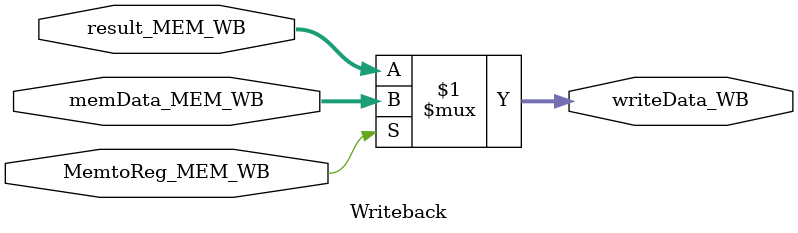
<source format=v>
module Writeback(memData_MEM_WB, result_MEM_WB, MemtoReg_MEM_WB, writeData_WB);
	input MemtoReg_MEM_WB;
	input [15:0] memData_MEM_WB, result_MEM_WB;

	output [15:0] writeData_WB;

	assign writeData_WB = (MemtoReg_MEM_WB)?(memData_MEM_WB) : result_MEM_WB;
	

endmodule

</source>
